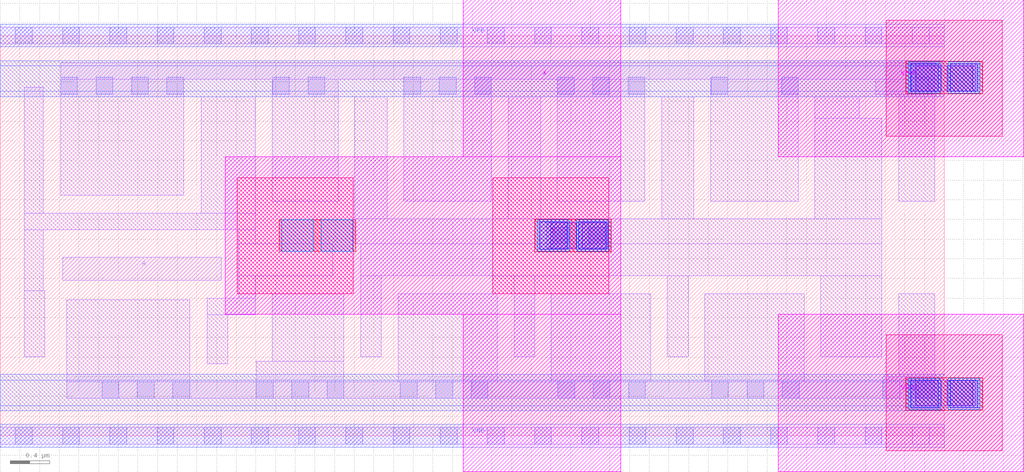
<source format=lef>
# Copyright 2020 The SkyWater PDK Authors
#
# Licensed under the Apache License, Version 2.0 (the "License");
# you may not use this file except in compliance with the License.
# You may obtain a copy of the License at
#
#     https://www.apache.org/licenses/LICENSE-2.0
#
# Unless required by applicable law or agreed to in writing, software
# distributed under the License is distributed on an "AS IS" BASIS,
# WITHOUT WARRANTIES OR CONDITIONS OF ANY KIND, either express or implied.
# See the License for the specific language governing permissions and
# limitations under the License.
#
# SPDX-License-Identifier: Apache-2.0

VERSION 5.7 ;
  NAMESCASESENSITIVE ON ;
  NOWIREEXTENSIONATPIN ON ;
  DIVIDERCHAR "/" ;
  BUSBITCHARS "[]" ;
UNITS
  DATABASE MICRONS 200 ;
END UNITS
MACRO sky130_fd_sc_hvl__probec_p_8
  CLASS CORE ;
  FOREIGN sky130_fd_sc_hvl__probec_p_8 ;
  ORIGIN  0.000000  0.000000 ;
  SIZE  9.600000 BY  4.070000 ;
  SYMMETRY X Y ;
  SITE unithv ;
  PIN A
    ANTENNAGATEAREA  3.375000 ;
    DIRECTION INPUT ;
    USE SIGNAL ;
    PORT
      LAYER li1 ;
        RECT 0.635000 1.580000 2.245000 1.815000 ;
    END
  END A
  PIN X
    ANTENNADIFFAREA  2.520000 ;
    DIRECTION OUTPUT ;
    USE SIGNAL ;
    PORT
      LAYER met4 ;
        RECT 2.410000 1.445000 3.590000 2.625000 ;
        RECT 5.010000 1.445000 6.190000 2.625000 ;
    END
    PORT
      LAYER met5 ;
        RECT 2.290000  1.235000 6.310000 2.835000 ;
        RECT 4.710000 -0.365000 6.310000 1.235000 ;
        RECT 4.710000  2.835000 6.310000 4.435000 ;
    END
  END X
  PIN VGND
    DIRECTION INOUT ;
    USE GROUND ;
    PORT
      LAYER met5 ;
        RECT 7.910000 -0.365000 10.410000 1.235000 ;
    END
  END VGND
  PIN VNB
    DIRECTION INOUT ;
    USE GROUND ;
    PORT
      LAYER met1 ;
        RECT 0.000000 -0.115000 9.600000 0.115000 ;
    END
  END VNB
  PIN VPB
    DIRECTION INOUT ;
    USE POWER ;
    PORT
      LAYER met1 ;
        RECT 0.000000 3.955000 9.600000 4.185000 ;
    END
  END VPB
  PIN VPWR
    DIRECTION INOUT ;
    USE POWER ;
    PORT
      LAYER met5 ;
        RECT 7.910000 2.835000 10.410000 4.435000 ;
    END
  END VPWR
  OBS
    LAYER li1 ;
      RECT 0.000000 -0.085000 9.600000 0.085000 ;
      RECT 0.000000  3.985000 9.600000 4.155000 ;
      RECT 0.245000  0.805000 0.455000 1.475000 ;
      RECT 0.245000  1.475000 0.435000 2.095000 ;
      RECT 0.245000  2.095000 2.595000 2.265000 ;
      RECT 0.245000  2.265000 0.435000 3.545000 ;
      RECT 0.615000  2.445000 1.865000 3.625000 ;
      RECT 0.615000  3.625000 9.505000 3.795000 ;
      RECT 0.675000  0.380000 9.505000 0.550000 ;
      RECT 0.675000  0.550000 1.925000 1.385000 ;
      RECT 2.045000  2.265000 2.595000 3.445000 ;
      RECT 2.105000  0.730000 2.315000 1.230000 ;
      RECT 2.105000  1.230000 2.595000 1.400000 ;
      RECT 2.425000  1.400000 2.595000 1.625000 ;
      RECT 2.425000  1.625000 3.380000 1.955000 ;
      RECT 2.425000  1.955000 2.595000 2.095000 ;
      RECT 2.605000  0.550000 3.495000 0.760000 ;
      RECT 2.765000  0.760000 3.495000 1.445000 ;
      RECT 2.765000  2.385000 3.435000 3.625000 ;
      RECT 3.605000  1.955000 8.965000 2.205000 ;
      RECT 3.605000  2.205000 3.935000 3.445000 ;
      RECT 3.665000  0.805000 3.875000 1.625000 ;
      RECT 3.665000  1.625000 8.965000 1.955000 ;
      RECT 4.045000  0.550000 5.055000 1.445000 ;
      RECT 4.105000  2.385000 4.995000 3.625000 ;
      RECT 5.165000  2.205000 5.495000 3.445000 ;
      RECT 5.225000  0.805000 5.435000 1.625000 ;
      RECT 5.605000  0.550000 6.615000 1.445000 ;
      RECT 5.665000  2.385000 6.555000 3.625000 ;
      RECT 6.725000  2.205000 7.055000 3.445000 ;
      RECT 6.785000  0.805000 6.995000 1.625000 ;
      RECT 7.165000  0.550000 8.175000 1.445000 ;
      RECT 7.225000  2.385000 8.115000 3.625000 ;
      RECT 8.285000  2.205000 8.965000 3.230000 ;
      RECT 8.285000  3.230000 8.735000 3.445000 ;
      RECT 8.345000  0.805000 8.965000 1.625000 ;
      RECT 8.905000  3.475000 9.505000 3.625000 ;
      RECT 8.975000  0.550000 9.505000 0.600000 ;
      RECT 9.135000  0.600000 9.505000 1.445000 ;
      RECT 9.135000  2.385000 9.505000 3.475000 ;
    LAYER mcon ;
      RECT 0.155000 -0.085000 0.325000 0.085000 ;
      RECT 0.155000  3.985000 0.325000 4.155000 ;
      RECT 0.615000  3.475000 0.785000 3.645000 ;
      RECT 0.635000 -0.085000 0.805000 0.085000 ;
      RECT 0.635000  3.985000 0.805000 4.155000 ;
      RECT 0.975000  3.475000 1.145000 3.645000 ;
      RECT 1.035000  0.380000 1.205000 0.550000 ;
      RECT 1.115000 -0.085000 1.285000 0.085000 ;
      RECT 1.115000  3.985000 1.285000 4.155000 ;
      RECT 1.335000  3.475000 1.505000 3.645000 ;
      RECT 1.395000  0.380000 1.565000 0.550000 ;
      RECT 1.595000 -0.085000 1.765000 0.085000 ;
      RECT 1.595000  3.985000 1.765000 4.155000 ;
      RECT 1.695000  3.475000 1.865000 3.645000 ;
      RECT 1.755000  0.380000 1.925000 0.550000 ;
      RECT 2.075000 -0.085000 2.245000 0.085000 ;
      RECT 2.075000  3.985000 2.245000 4.155000 ;
      RECT 2.555000 -0.085000 2.725000 0.085000 ;
      RECT 2.555000  3.985000 2.725000 4.155000 ;
      RECT 2.605000  0.380000 2.775000 0.550000 ;
      RECT 2.770000  3.475000 2.940000 3.645000 ;
      RECT 2.965000  0.380000 3.135000 0.550000 ;
      RECT 3.035000 -0.085000 3.205000 0.085000 ;
      RECT 3.035000  3.985000 3.205000 4.155000 ;
      RECT 3.130000  3.475000 3.300000 3.645000 ;
      RECT 3.325000  0.380000 3.495000 0.550000 ;
      RECT 3.515000 -0.085000 3.685000 0.085000 ;
      RECT 3.515000  3.985000 3.685000 4.155000 ;
      RECT 3.995000 -0.085000 4.165000 0.085000 ;
      RECT 3.995000  3.985000 4.165000 4.155000 ;
      RECT 4.070000  0.380000 4.240000 0.550000 ;
      RECT 4.105000  3.475000 4.275000 3.645000 ;
      RECT 4.430000  0.380000 4.600000 0.550000 ;
      RECT 4.465000  3.475000 4.635000 3.645000 ;
      RECT 4.475000 -0.085000 4.645000 0.085000 ;
      RECT 4.475000  3.985000 4.645000 4.155000 ;
      RECT 4.790000  0.380000 4.960000 0.550000 ;
      RECT 4.825000  3.475000 4.995000 3.645000 ;
      RECT 4.955000 -0.085000 5.125000 0.085000 ;
      RECT 4.955000  3.985000 5.125000 4.155000 ;
      RECT 5.435000 -0.085000 5.605000 0.085000 ;
      RECT 5.435000  3.985000 5.605000 4.155000 ;
      RECT 5.620000  1.950000 5.790000 2.120000 ;
      RECT 5.665000  3.475000 5.835000 3.645000 ;
      RECT 5.670000  0.380000 5.840000 0.550000 ;
      RECT 5.915000 -0.085000 6.085000 0.085000 ;
      RECT 5.915000  3.985000 6.085000 4.155000 ;
      RECT 5.980000  1.950000 6.150000 2.120000 ;
      RECT 6.025000  3.475000 6.195000 3.645000 ;
      RECT 6.030000  0.380000 6.200000 0.550000 ;
      RECT 6.385000  3.475000 6.555000 3.645000 ;
      RECT 6.390000  0.380000 6.560000 0.550000 ;
      RECT 6.395000 -0.085000 6.565000 0.085000 ;
      RECT 6.395000  3.985000 6.565000 4.155000 ;
      RECT 6.875000 -0.085000 7.045000 0.085000 ;
      RECT 6.875000  3.985000 7.045000 4.155000 ;
      RECT 7.230000  3.475000 7.400000 3.645000 ;
      RECT 7.235000  0.380000 7.405000 0.550000 ;
      RECT 7.355000 -0.085000 7.525000 0.085000 ;
      RECT 7.355000  3.985000 7.525000 4.155000 ;
      RECT 7.595000  0.380000 7.765000 0.550000 ;
      RECT 7.835000 -0.085000 8.005000 0.085000 ;
      RECT 7.835000  3.985000 8.005000 4.155000 ;
      RECT 7.945000  3.475000 8.115000 3.645000 ;
      RECT 7.955000  0.380000 8.125000 0.550000 ;
      RECT 8.315000 -0.085000 8.485000 0.085000 ;
      RECT 8.315000  3.985000 8.485000 4.155000 ;
      RECT 8.795000 -0.085000 8.965000 0.085000 ;
      RECT 8.795000  3.985000 8.965000 4.155000 ;
      RECT 8.975000  0.380000 9.145000 0.550000 ;
      RECT 9.265000  3.475000 9.435000 3.645000 ;
      RECT 9.275000 -0.085000 9.445000 0.085000 ;
      RECT 9.275000  3.985000 9.445000 4.155000 ;
      RECT 9.335000  0.380000 9.505000 0.550000 ;
    LAYER met1 ;
      RECT 0.000000 0.255000 9.600000 0.305000 ;
      RECT 0.000000 0.305000 9.920000 0.565000 ;
      RECT 0.000000 0.565000 9.600000 0.625000 ;
      RECT 0.000000 3.445000 9.600000 3.505000 ;
      RECT 0.000000 3.505000 9.920000 3.765000 ;
      RECT 0.000000 3.765000 9.600000 3.815000 ;
      RECT 5.560000 1.905000 6.210000 2.165000 ;
    LAYER met2 ;
      RECT 5.440000 1.895000 6.210000 2.175000 ;
      RECT 9.215000 0.285000 9.985000 0.565000 ;
      RECT 9.215000 3.505000 9.985000 3.785000 ;
    LAYER met3 ;
      RECT 2.835000 1.875000 3.615000 2.195000 ;
      RECT 5.435000 1.870000 6.215000 2.200000 ;
      RECT 9.210000 0.260000 9.990000 0.590000 ;
      RECT 9.210000 3.480000 9.990000 3.810000 ;
    LAYER met4 ;
      RECT 9.010000 -0.155000 10.190000 1.025000 ;
      RECT 9.010000  3.045000 10.190000 4.225000 ;
    LAYER via ;
      RECT 5.600000 1.905000 5.860000 2.165000 ;
      RECT 5.920000 1.905000 6.180000 2.165000 ;
      RECT 9.310000 0.305000 9.570000 0.565000 ;
      RECT 9.310000 3.505000 9.570000 3.765000 ;
      RECT 9.630000 0.305000 9.890000 0.565000 ;
      RECT 9.630000 3.505000 9.890000 3.765000 ;
    LAYER via2 ;
      RECT 5.485000 1.895000 5.765000 2.175000 ;
      RECT 5.885000 1.895000 6.165000 2.175000 ;
      RECT 9.260000 0.285000 9.540000 0.565000 ;
      RECT 9.260000 3.505000 9.540000 3.785000 ;
      RECT 9.660000 0.285000 9.940000 0.565000 ;
      RECT 9.660000 3.505000 9.940000 3.785000 ;
    LAYER via3 ;
      RECT 2.865000 1.875000 3.185000 2.195000 ;
      RECT 3.265000 1.875000 3.585000 2.195000 ;
      RECT 5.465000 1.875000 5.785000 2.195000 ;
      RECT 5.865000 1.875000 6.185000 2.195000 ;
      RECT 9.240000 0.265000 9.560000 0.585000 ;
      RECT 9.240000 3.485000 9.560000 3.805000 ;
      RECT 9.640000 0.265000 9.960000 0.585000 ;
      RECT 9.640000 3.485000 9.960000 3.805000 ;
  END
END sky130_fd_sc_hvl__probec_p_8
END LIBRARY

</source>
